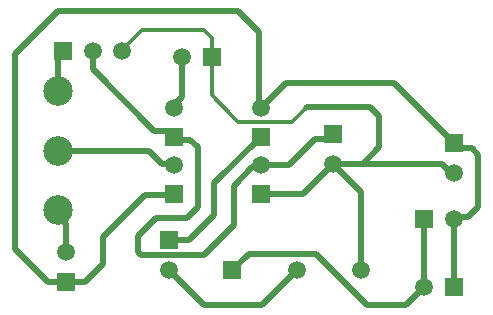
<source format=gbl>
G04*
G04 #@! TF.GenerationSoftware,Altium Limited,Altium Designer,20.0.13 (296)*
G04*
G04 Layer_Physical_Order=2*
G04 Layer_Color=16711680*
%FSLAX44Y44*%
%MOMM*%
G71*
G01*
G75*
%ADD12C,0.2540*%
%ADD18C,0.5000*%
%ADD19R,1.5000X1.5000*%
%ADD20C,1.5000*%
%ADD21R,1.5000X1.5000*%
%ADD22C,2.5000*%
%ADD23C,0.3000*%
D12*
X142875Y131445D02*
X143510Y130810D01*
X142240Y132080D02*
X142875Y131445D01*
D18*
X303530Y132080D02*
X370674D01*
X256540Y180340D02*
X309880D01*
X255270Y179070D02*
X256540Y180340D01*
X317500Y146050D02*
Y172720D01*
X309880Y180340D02*
X317500Y172720D01*
X303530Y132080D02*
X317500Y146050D01*
X278130Y132080D02*
X303530D01*
X340360Y12700D02*
X355600Y27940D01*
X307340Y12700D02*
X340360D01*
X154940Y86360D02*
X163830Y95250D01*
X128270Y86360D02*
X154940D01*
X163830Y95250D02*
Y146050D01*
X139797Y67310D02*
X156210D01*
X177800Y88900D02*
Y115570D01*
X156210Y67310D02*
X177800Y88900D01*
X113030Y57539D02*
Y71120D01*
X115959Y54610D02*
X168910D01*
X113030Y57539D02*
X115959Y54610D01*
X113030Y71120D02*
X128270Y86360D01*
X168910Y54610D02*
X194310Y80010D01*
X143510Y154940D02*
X146050Y152400D01*
X157480D01*
X163830Y146050D01*
X215257Y128897D02*
X217170Y130810D01*
X194310Y80010D02*
Y113030D01*
X210177Y128897D02*
X215257D01*
X194310Y113030D02*
X210177Y128897D01*
X177800Y115570D02*
X217170Y154940D01*
X273130Y152480D02*
X278130Y157480D01*
X262970Y152480D02*
X273130D01*
X241300Y130810D02*
X262970Y152480D01*
X217170Y130810D02*
X241300D01*
X252730Y106680D02*
X278130Y132080D01*
X217170Y106680D02*
X252730D01*
X370674Y132080D02*
X378294Y124460D01*
X381000D01*
X302260Y42038D02*
Y107950D01*
X278130Y132080D02*
X302260Y107950D01*
X139797Y41910D02*
X169007Y12700D01*
X218312D02*
X247650Y42038D01*
X169007Y12700D02*
X218312D01*
X193040Y42038D02*
X206882Y55880D01*
X264160D01*
X307340Y12700D01*
X355600Y27940D02*
Y85090D01*
X381000Y27940D02*
Y85090D01*
X383540Y147320D02*
Y149860D01*
X393073Y87003D02*
X401320Y95250D01*
X381000Y85090D02*
X382913Y87003D01*
X393073D01*
X401320Y95250D02*
Y139700D01*
X383540Y147320D02*
X386000Y144860D01*
X396160D01*
X401320Y139700D01*
X381000Y149860D02*
X383540D01*
X330200Y200660D02*
X381000Y149860D01*
X238760Y200660D02*
X330200D01*
X217170Y179070D02*
X238760Y200660D01*
X150337Y188603D02*
Y222122D01*
X143510Y181776D02*
X150337Y188603D01*
X143510Y179070D02*
Y181776D01*
X138510Y159940D02*
X143510Y154940D01*
X127080Y159940D02*
X138510D01*
X74930Y212090D02*
X127080Y159940D01*
X74930Y212090D02*
Y227330D01*
X45720Y223520D02*
X49530Y227330D01*
X45720Y193110D02*
Y223520D01*
X133985Y131445D02*
X142875D01*
X45720Y142910D02*
X122520D01*
X133985Y131445D01*
X52070Y57150D02*
Y80948D01*
X45720Y87298D02*
X52070Y80948D01*
X45720Y87298D02*
Y92710D01*
X52070Y57150D02*
X53340Y58420D01*
Y63500D01*
X215900Y180340D02*
X217170Y179070D01*
X215900Y180340D02*
Y243840D01*
X45720Y261620D02*
X198120D01*
X215900Y243840D01*
X8890Y224790D02*
X45720Y261620D01*
X8890Y59690D02*
Y224790D01*
Y59690D02*
X36830Y31750D01*
X52070D01*
X83820Y69850D02*
X119380Y105410D01*
X142989D01*
X83820Y46990D02*
Y69850D01*
X68580Y31750D02*
X83820Y46990D01*
X52070Y31750D02*
X68580D01*
D19*
X381000Y27940D02*
D03*
X175737Y222122D02*
D03*
X355600Y85090D02*
D03*
X49530Y227330D02*
D03*
X193040Y42038D02*
D03*
D20*
X355600Y27940D02*
D03*
X52070Y57150D02*
D03*
X381000Y124460D02*
D03*
X278130Y132080D02*
D03*
X150337Y222122D02*
D03*
X381000Y85090D02*
D03*
X139797Y41910D02*
D03*
X74930Y227330D02*
D03*
X143510Y130810D02*
D03*
Y179070D02*
D03*
X217170D02*
D03*
Y130810D02*
D03*
X302260Y42038D02*
D03*
X247650D02*
D03*
X99930Y227330D02*
D03*
D21*
X52070Y31750D02*
D03*
X381000Y149860D02*
D03*
X278130Y157480D02*
D03*
X139797Y67310D02*
D03*
X143510Y106680D02*
D03*
Y154940D02*
D03*
X217170D02*
D03*
Y106680D02*
D03*
D22*
X45720Y92710D02*
D03*
Y142910D02*
D03*
Y193110D02*
D03*
D23*
X99930Y227330D02*
Y228200D01*
X116840Y245110D02*
X168910D01*
X99930Y228200D02*
X116840Y245110D01*
X168910D02*
X175737Y238283D01*
Y222122D02*
Y238283D01*
Y190023D02*
Y222122D01*
X193040Y172720D02*
Y172720D01*
X175737Y190023D02*
X193040Y172720D01*
Y172720D02*
X198230Y167530D01*
X243730D02*
X255270Y179070D01*
X198230Y167530D02*
X243730D01*
M02*

</source>
